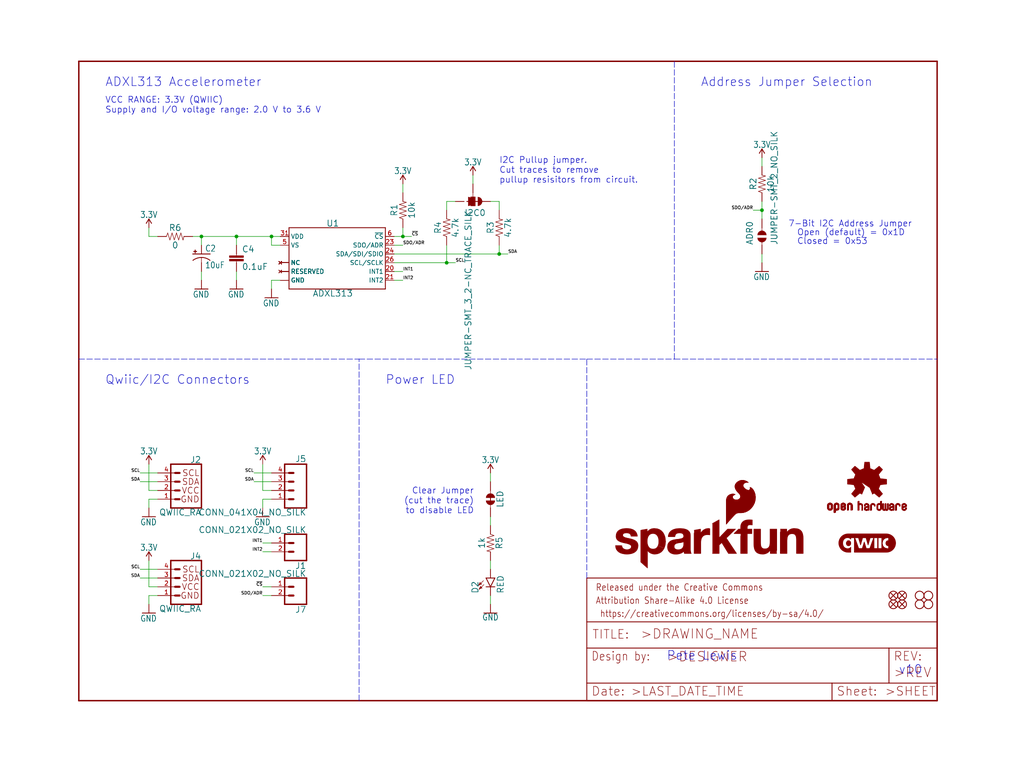
<source format=kicad_sch>
(kicad_sch (version 20211123) (generator eeschema)
  (paper "User" 297.002 223.926)
  (lib_symbols
    (symbol "eagleSchem-eagle-import:0.1UF-0603-25V-(+80{slash}-20%)"
      (property "Reference" "C" (at 1.524 2.921 0))
      (property "Value" "0.1UF-0603-25V-(+80{slash}-20%)" (at 1.524 -2.159 0))
      (symbol "0.1UF-0603-25V-(+80{slash}-20%)_1_0"
        (pin passive line (at 0 5.08 270) (length 2.54) (name "1") (number "1"))
        (pin passive line (at 0 -2.54 90) (length 2.54) (name "2") (number "2"))
      )
    )
    (symbol "eagleSchem-eagle-import:0OHM-0603-1{slash}10W"
      (property "Reference" "R" (at 0 1.524 0))
      (property "Value" "0OHM-0603-1{slash}10W" (at 0 -1.524 0))
      (symbol "0OHM-0603-1{slash}10W_1_0"
        (pin passive line (at -5.08 0 0) (length 2.54) (name "1") (number "1"))
        (pin passive line (at 5.08 0 180) (length 2.54) (name "2") (number "2"))
      )
    )
    (symbol "eagleSchem-eagle-import:10KOHM-0603-1{slash}10W-1%"
      (property "Reference" "R" (at 0 1.524 0))
      (property "Value" "10KOHM-0603-1{slash}10W-1%" (at 0 -1.524 0))
      (symbol "10KOHM-0603-1{slash}10W-1%_1_0"
        (pin passive line (at -5.08 0 0) (length 2.54) (name "1") (number "1"))
        (pin passive line (at 5.08 0 180) (length 2.54) (name "2") (number "2"))
      )
    )
    (symbol "eagleSchem-eagle-import:10UF-TANT"
      (property "Reference" "C" (at 1.016 0.635 0))
      (property "Value" "10UF-TANT" (at 1.016 -4.191 0))
      (symbol "10UF-TANT_1_0"
        (pin passive line (at 0 2.54 270) (length 2.54) (name "+") (number "A"))
        (pin passive line (at 0 -5.08 90) (length 2.54) (name "-") (number "C"))
      )
    )
    (symbol "eagleSchem-eagle-import:1KOHM-0603-1{slash}10W-1%"
      (property "Reference" "R" (at 0 1.524 0))
      (property "Value" "1KOHM-0603-1{slash}10W-1%" (at 0 -1.524 0))
      (symbol "1KOHM-0603-1{slash}10W-1%_1_0"
        (pin passive line (at -5.08 0 0) (length 2.54) (name "1") (number "1"))
        (pin passive line (at 5.08 0 180) (length 2.54) (name "2") (number "2"))
      )
    )
    (symbol "eagleSchem-eagle-import:3.3V" (power)
      (property "Value" "3.3V" (at 0 2.794 0))
      (symbol "3.3V_1_0"
        (pin power_in line (at 0 0 90) (length 2.54) (name "3.3V") (number "1"))
      )
    )
    (symbol "eagleSchem-eagle-import:4.7KOHM-0603-1{slash}10W-1%"
      (property "Reference" "R" (at 0 1.524 0))
      (property "Value" "4.7KOHM-0603-1{slash}10W-1%" (at 0 -1.524 0))
      (symbol "4.7KOHM-0603-1{slash}10W-1%_1_0"
        (pin passive line (at -5.08 0 0) (length 2.54) (name "1") (number "1"))
        (pin passive line (at 5.08 0 180) (length 2.54) (name "2") (number "2"))
      )
    )
    (symbol "eagleSchem-eagle-import:ADXL313"
      (property "Reference" "U" (at 0 10.414 0))
      (property "Value" "ADXL313" (at 0 -7.874 0))
      (symbol "ADXL313_1_0"
        (pin bidirectional line (at -15.24 -5.08 0) (length 2.54) (name "GND") (number "1"))
        (pin no_connect line (at -15.24 0 0) (length 2.54) (name "NC") (number "10"))
        (pin no_connect line (at -15.24 0 0) (length 2.54) (name "NC") (number "11"))
        (pin no_connect line (at -15.24 0 0) (length 2.54) (name "NC") (number "12"))
        (pin no_connect line (at -15.24 0 0) (length 2.54) (name "NC") (number "13"))
        (pin no_connect line (at -15.24 0 0) (length 2.54) (name "NC") (number "14"))
        (pin no_connect line (at -15.24 0 0) (length 2.54) (name "NC") (number "15"))
        (pin no_connect line (at -15.24 0 0) (length 2.54) (name "NC") (number "16"))
        (pin no_connect line (at -15.24 0 0) (length 2.54) (name "NC") (number "17"))
        (pin no_connect line (at -15.24 0 0) (length 2.54) (name "NC") (number "18"))
        (pin no_connect line (at -15.24 0 0) (length 2.54) (name "NC") (number "19"))
        (pin no_connect line (at -15.24 -2.54 0) (length 2.54) (name "RESERVED") (number "2"))
        (pin bidirectional line (at 17.78 -2.54 180) (length 2.54) (name "INT1") (number "20"))
        (pin bidirectional line (at 17.78 -5.08 180) (length 2.54) (name "INT2") (number "21"))
        (pin no_connect line (at -15.24 -2.54 0) (length 2.54) (name "RESERVED") (number "22"))
        (pin bidirectional line (at 17.78 5.08 180) (length 2.54) (name "SDO/ADR") (number "23"))
        (pin bidirectional line (at 17.78 2.54 180) (length 2.54) (name "SDA/SDI/SDIO") (number "24"))
        (pin no_connect line (at -15.24 0 0) (length 2.54) (name "NC") (number "25"))
        (pin bidirectional line (at 17.78 0 180) (length 2.54) (name "SCL/SCLK") (number "26"))
        (pin no_connect line (at -15.24 0 0) (length 2.54) (name "NC") (number "27"))
        (pin no_connect line (at -15.24 0 0) (length 2.54) (name "NC") (number "28"))
        (pin no_connect line (at -15.24 0 0) (length 2.54) (name "NC") (number "29"))
        (pin bidirectional line (at -15.24 -5.08 0) (length 2.54) (name "GND") (number "3"))
        (pin no_connect line (at -15.24 0 0) (length 2.54) (name "NC") (number "30"))
        (pin bidirectional line (at -15.24 7.62 0) (length 2.54) (name "VDD") (number "31"))
        (pin no_connect line (at -15.24 -2.54 0) (length 2.54) (name "RESERVED") (number "32"))
        (pin bidirectional line (at -15.24 -5.08 0) (length 2.54) (name "GND") (number "4"))
        (pin bidirectional line (at -15.24 5.08 0) (length 2.54) (name "VS") (number "5"))
        (pin bidirectional line (at 17.78 7.62 180) (length 2.54) (name "~{CS}") (number "6"))
        (pin no_connect line (at -15.24 -2.54 0) (length 2.54) (name "RESERVED") (number "7"))
        (pin no_connect line (at -15.24 0 0) (length 2.54) (name "NC") (number "8"))
        (pin no_connect line (at -15.24 0 0) (length 2.54) (name "NC") (number "9"))
        (pin bidirectional line (at -15.24 -5.08 0) (length 2.54) (name "GND") (number "EPAD"))
      )
    )
    (symbol "eagleSchem-eagle-import:CONN_021X02_NO_SILK"
      (property "Reference" "J" (at -2.54 5.588 0))
      (property "Value" "CONN_021X02_NO_SILK" (at -2.54 -4.826 0))
      (symbol "CONN_021X02_NO_SILK_1_0"
        (pin passive line (at 7.62 0 180) (length 5.08) (name "1") (number "1"))
        (pin passive line (at 7.62 2.54 180) (length 5.08) (name "2") (number "2"))
      )
    )
    (symbol "eagleSchem-eagle-import:CONN_041X04_NO_SILK"
      (property "Reference" "J" (at -5.08 8.128 0))
      (property "Value" "CONN_041X04_NO_SILK" (at -5.08 -7.366 0))
      (symbol "CONN_041X04_NO_SILK_1_0"
        (pin passive line (at 5.08 -2.54 180) (length 5.08) (name "1") (number "1"))
        (pin passive line (at 5.08 0 180) (length 5.08) (name "2") (number "2"))
        (pin passive line (at 5.08 2.54 180) (length 5.08) (name "3") (number "3"))
        (pin passive line (at 5.08 5.08 180) (length 5.08) (name "4") (number "4"))
      )
    )
    (symbol "eagleSchem-eagle-import:FIDUCIALUFIDUCIAL")
    (symbol "eagleSchem-eagle-import:FRAME-LETTER"
      (symbol "FRAME-LETTER_2_0"
        (text " https://creativecommons.org/licenses/by-sa/4.0/" (at 2.54 24.13 0) (effects (font (size 1.9304 1.6408)) (justify left bottom)))
        (text ">DESIGNER" (at 23.114 11.176 0) (effects (font (size 2.7432 2.7432)) (justify left bottom)))
        (text ">DRAWING_NAME" (at 15.494 17.78 0) (effects (font (size 2.7432 2.7432)) (justify left bottom)))
        (text ">LAST_DATE_TIME" (at 12.7 1.27 0) (effects (font (size 2.54 2.54)) (justify left bottom)))
        (text ">REV" (at 88.9 6.604 0) (effects (font (size 2.7432 2.7432)) (justify left bottom)))
        (text ">SHEET" (at 86.36 1.27 0) (effects (font (size 2.54 2.54)) (justify left bottom)))
        (text "Attribution Share-Alike 4.0 License" (at 2.54 27.94 0) (effects (font (size 1.9304 1.6408)) (justify left bottom)))
        (text "Date:" (at 1.27 1.27 0) (effects (font (size 2.54 2.54)) (justify left bottom)))
        (text "Design by:" (at 1.27 11.43 0) (effects (font (size 2.54 2.159)) (justify left bottom)))
        (text "Released under the Creative Commons" (at 2.54 31.75 0) (effects (font (size 1.9304 1.6408)) (justify left bottom)))
        (text "REV:" (at 88.9 11.43 0) (effects (font (size 2.54 2.54)) (justify left bottom)))
        (text "Sheet:" (at 72.39 1.27 0) (effects (font (size 2.54 2.54)) (justify left bottom)))
        (text "TITLE:" (at 1.524 17.78 0) (effects (font (size 2.54 2.54)) (justify left bottom)))
      )
    )
    (symbol "eagleSchem-eagle-import:GND" (power)
      (property "Value" "GND" (at 0 -0.254 0))
      (symbol "GND_1_0"
        (pin power_in line (at 0 2.54 270) (length 2.54) (name "GND") (number "1"))
      )
    )
    (symbol "eagleSchem-eagle-import:JUMPER-SMT_2_NC_TRACE_SILK"
      (property "Reference" "JP" (at -2.54 2.54 0))
      (property "Value" "JUMPER-SMT_2_NC_TRACE_SILK" (at -2.54 -2.54 0))
      (symbol "JUMPER-SMT_2_NC_TRACE_SILK_1_0"
        (pin passive line (at -5.08 0 0) (length 2.54) (name "1") (number "1"))
        (pin passive line (at 5.08 0 180) (length 2.54) (name "2") (number "2"))
      )
    )
    (symbol "eagleSchem-eagle-import:JUMPER-SMT_2_NO_SILK"
      (property "Reference" "JP" (at -2.54 2.54 0))
      (property "Value" "JUMPER-SMT_2_NO_SILK" (at -2.54 -2.54 0))
      (symbol "JUMPER-SMT_2_NO_SILK_1_0"
        (pin passive line (at -5.08 0 0) (length 2.54) (name "1") (number "1"))
        (pin passive line (at 5.08 0 180) (length 2.54) (name "2") (number "2"))
      )
    )
    (symbol "eagleSchem-eagle-import:JUMPER-SMT_3_2-NC_TRACE_SILK"
      (property "Reference" "JP" (at 2.54 0.381 0))
      (property "Value" "JUMPER-SMT_3_2-NC_TRACE_SILK" (at 2.54 -0.381 0))
      (symbol "JUMPER-SMT_3_2-NC_TRACE_SILK_1_0"
        (pin passive line (at 0 5.08 270) (length 2.54) (name "1") (number "1"))
        (pin passive line (at -5.08 0 0) (length 2.54) (name "2") (number "2"))
        (pin passive line (at 0 -5.08 90) (length 2.54) (name "3") (number "3"))
      )
    )
    (symbol "eagleSchem-eagle-import:LED-RED0603"
      (property "Reference" "D" (at -3.429 -4.572 90))
      (property "Value" "LED-RED0603" (at 1.905 -4.572 90))
      (symbol "LED-RED0603_1_0"
        (pin passive line (at 0 2.54 270) (length 2.54) (name "A") (number "A"))
        (pin passive line (at 0 -5.08 90) (length 2.54) (name "C") (number "C"))
      )
    )
    (symbol "eagleSchem-eagle-import:OSHW-LOGOMINI")
    (symbol "eagleSchem-eagle-import:QWIIC_CONNECTORJS-1MM"
      (property "Reference" "J" (at -5.08 7.874 0))
      (property "Value" "QWIIC_CONNECTORJS-1MM" (at -5.08 -5.334 0))
      (symbol "QWIIC_CONNECTORJS-1MM_1_0"
        (text "GND" (at -4.572 -2.54 0) (effects (font (size 1.778 1.778)) (justify left)))
        (text "SCL" (at -4.572 5.08 0) (effects (font (size 1.778 1.778)) (justify left)))
        (text "SDA" (at -4.572 2.54 0) (effects (font (size 1.778 1.778)) (justify left)))
        (text "VCC" (at -4.572 0 0) (effects (font (size 1.778 1.778)) (justify left)))
        (pin power_in line (at 7.62 -2.54 180) (length 5.08) (name "1") (number "1"))
        (pin power_in line (at 7.62 0 180) (length 5.08) (name "2") (number "2"))
        (pin passive line (at 7.62 2.54 180) (length 5.08) (name "3") (number "3"))
        (pin passive line (at 7.62 5.08 180) (length 5.08) (name "4") (number "4"))
      )
    )
    (symbol "eagleSchem-eagle-import:QWIIC_LOGO_5MM")
    (symbol "eagleSchem-eagle-import:SFE_LOGO_FLAME.1_INCH")
    (symbol "eagleSchem-eagle-import:SFE_LOGO_NAME_FLAME.1_INCH")
    (symbol "eagleSchem-eagle-import:STAND-OFF")
  )
  (junction (at 116.84 68.58))
  (junction (at 68.58 68.58))
  (junction (at 220.98 60.96))
  (junction (at 58.42 68.58))
  (junction (at 129.54 76.2))
  (junction (at 78.74 68.58))
  (junction (at 144.78 73.66))
  (wire (pts (xy 114.3 68.58) (xy 116.84 68.58)))
  (wire (pts (xy 58.42 78.74) (xy 58.42 81.28)))
  (wire (pts (xy 220.98 76.2) (xy 220.98 73.66)))
  (wire (pts (xy 116.84 66.04) (xy 116.84 68.58)))
  (wire (pts (xy 68.58 68.58) (xy 58.42 68.58)))
  (wire (pts (xy 68.58 78.74) (xy 68.58 81.28)))
  (wire (pts (xy 142.24 172.72) (xy 142.24 175.26)))
  (wire (pts (xy 220.98 60.96) (xy 220.98 58.42)))
  (wire (pts (xy 78.74 137.16) (xy 73.66 137.16)))
  (wire (pts (xy 45.72 170.18) (xy 43.18 170.18)))
  (wire (pts (xy 78.74 83.82) (xy 78.74 81.28)))
  (wire (pts (xy 116.84 53.34) (xy 116.84 55.88)))
  (polyline (pts (xy 104.14 104.14) (xy 170.18 104.14)))
  (wire (pts (xy 45.72 172.72) (xy 43.18 172.72)))
  (wire (pts (xy 45.72 165.1) (xy 40.64 165.1)))
  (wire (pts (xy 45.72 144.78) (xy 43.18 144.78)))
  (wire (pts (xy 129.54 76.2) (xy 132.08 76.2)))
  (wire (pts (xy 43.18 170.18) (xy 43.18 162.56)))
  (wire (pts (xy 142.24 149.86) (xy 142.24 152.4)))
  (wire (pts (xy 129.54 58.42) (xy 132.08 58.42)))
  (wire (pts (xy 114.3 71.12) (xy 116.84 71.12)))
  (wire (pts (xy 142.24 137.16) (xy 142.24 139.7)))
  (wire (pts (xy 129.54 60.96) (xy 129.54 58.42)))
  (wire (pts (xy 43.18 142.24) (xy 43.18 134.62)))
  (wire (pts (xy 144.78 73.66) (xy 114.3 73.66)))
  (wire (pts (xy 220.98 63.5) (xy 220.98 60.96)))
  (wire (pts (xy 76.2 144.78) (xy 76.2 147.32)))
  (wire (pts (xy 78.74 144.78) (xy 76.2 144.78)))
  (wire (pts (xy 137.16 50.8) (xy 137.16 53.34)))
  (polyline (pts (xy 170.18 104.14) (xy 195.58 104.14)))
  (wire (pts (xy 114.3 78.74) (xy 116.84 78.74)))
  (wire (pts (xy 142.24 162.56) (xy 142.24 165.1)))
  (wire (pts (xy 78.74 160.02) (xy 76.2 160.02)))
  (wire (pts (xy 78.74 157.48) (xy 76.2 157.48)))
  (wire (pts (xy 45.72 68.58) (xy 43.18 68.58)))
  (wire (pts (xy 45.72 142.24) (xy 43.18 142.24)))
  (wire (pts (xy 58.42 71.12) (xy 58.42 68.58)))
  (wire (pts (xy 68.58 71.12) (xy 68.58 68.58)))
  (wire (pts (xy 78.74 170.18) (xy 76.2 170.18)))
  (wire (pts (xy 114.3 81.28) (xy 116.84 81.28)))
  (wire (pts (xy 45.72 167.64) (xy 40.64 167.64)))
  (wire (pts (xy 78.74 81.28) (xy 81.28 81.28)))
  (wire (pts (xy 76.2 142.24) (xy 76.2 134.62)))
  (wire (pts (xy 81.28 71.12) (xy 78.74 71.12)))
  (wire (pts (xy 43.18 172.72) (xy 43.18 175.26)))
  (wire (pts (xy 129.54 76.2) (xy 114.3 76.2)))
  (wire (pts (xy 147.32 73.66) (xy 144.78 73.66)))
  (wire (pts (xy 129.54 71.12) (xy 129.54 76.2)))
  (polyline (pts (xy 22.86 104.14) (xy 104.14 104.14)))
  (wire (pts (xy 43.18 144.78) (xy 43.18 147.32)))
  (wire (pts (xy 144.78 73.66) (xy 144.78 71.12)))
  (wire (pts (xy 220.98 45.72) (xy 220.98 48.26)))
  (polyline (pts (xy 170.18 167.64) (xy 170.18 104.14)))
  (wire (pts (xy 81.28 68.58) (xy 78.74 68.58)))
  (polyline (pts (xy 195.58 104.14) (xy 195.58 17.78)))
  (wire (pts (xy 78.74 68.58) (xy 68.58 68.58)))
  (wire (pts (xy 78.74 71.12) (xy 78.74 68.58)))
  (polyline (pts (xy 104.14 203.2) (xy 104.14 104.14)))
  (polyline (pts (xy 195.58 104.14) (xy 271.78 104.14)))
  (wire (pts (xy 78.74 139.7) (xy 73.66 139.7)))
  (wire (pts (xy 58.42 68.58) (xy 55.88 68.58)))
  (wire (pts (xy 218.44 60.96) (xy 220.98 60.96)))
  (wire (pts (xy 116.84 68.58) (xy 119.38 68.58)))
  (wire (pts (xy 78.74 172.72) (xy 76.2 172.72)))
  (wire (pts (xy 45.72 139.7) (xy 40.64 139.7)))
  (wire (pts (xy 144.78 60.96) (xy 144.78 58.42)))
  (wire (pts (xy 78.74 142.24) (xy 76.2 142.24)))
  (wire (pts (xy 144.78 58.42) (xy 142.24 58.42)))
  (wire (pts (xy 45.72 137.16) (xy 40.64 137.16)))
  (wire (pts (xy 43.18 68.58) (xy 43.18 66.04)))
  (text "Qwiic/I2C Connectors" (at 30.48 111.76 180) (effects (font (size 2.54 2.54)) (justify left bottom)))
  (text "Clear Jumper\n(cut the trace)\nto disable LED" (at 137.4902 141.4018 180) (effects (font (size 1.778 1.778)) (justify right top)))
  (text "I2C Pullup jumper.\nCut traces to remove\npullup resisitors from circuit." (at 144.78 53.34 0) (effects (font (size 1.778 1.778)) (justify left bottom)))
  (text "Closed = 0x53" (at 231.14 71.12 180) (effects (font (size 1.778 1.778)) (justify left bottom)))
  (text "Address Jumper Selection" (at 203.2 25.4 180) (effects (font (size 2.54 2.54)) (justify left bottom)))
  (text "Open (default) = 0x1D" (at 231.14 68.58 180) (effects (font (size 1.778 1.778)) (justify left bottom)))
  (text "v10" (at 260.604 195.834 180) (effects (font (size 2.54 2.54)) (justify left bottom)))
  (text "Pete Lewis" (at 193.294 191.77 180) (effects (font (size 2.54 2.54)) (justify left bottom)))
  (text "7-Bit I2C Address Jumper" (at 228.6 66.04 180) (effects (font (size 1.778 1.778)) (justify left bottom)))
  (text "VCC RANGE: 3.3V (QWIIC)\nSupply and I/O voltage range: 2.0 V to 3.6 V" (at 30.48 33.02 0) (effects (font (size 1.778 1.778)) (justify left bottom)))
  (text "ADXL313 Accelerometer" (at 30.48 25.4 180) (effects (font (size 2.54 2.54)) (justify left bottom)))
  (text "Power LED" (at 111.76 111.76 180) (effects (font (size 2.54 2.54)) (justify left bottom)))
  (label "~{CS}" (at 76.2 170.18 180) (effects (font (size 0.889 0.889))))
  (label "INT2" (at 116.84 81.28 0) (effects (font (size 0.889 0.889))))
  (label "SDA" (at 73.66 139.7 180) (effects (font (size 0.889 0.889))))
  (label "SDA" (at 40.64 139.7 180) (effects (font (size 0.889 0.889))))
  (label "SDA" (at 147.32 73.66 0) (effects (font (size 0.889 0.889))))
  (label "SDO/ADR" (at 76.2 172.72 180) (effects (font (size 0.889 0.889))))
  (label "INT1" (at 116.84 78.74 0) (effects (font (size 0.889 0.889))))
  (label "SCL" (at 73.66 137.16 180) (effects (font (size 0.889 0.889))))
  (label "SDA" (at 40.64 167.64 180) (effects (font (size 0.889 0.889))))
  (label "SCL" (at 40.64 137.16 180) (effects (font (size 0.889 0.889))))
  (label "INT1" (at 76.2 157.48 180) (effects (font (size 0.889 0.889))))
  (label "SDO/ADR" (at 218.44 60.96 180) (effects (font (size 0.889 0.889))))
  (label "SDO/ADR" (at 116.84 71.12 0) (effects (font (size 0.889 0.889))))
  (label "INT2" (at 76.2 160.02 180) (effects (font (size 0.889 0.889))))
  (label "SCL" (at 40.64 165.1 180) (effects (font (size 0.889 0.889))))
  (label "SCL" (at 132.08 76.2 0) (effects (font (size 0.889 0.889))))
  (label "~{CS}" (at 119.38 68.58 0) (effects (font (size 0.889 0.889))))
  (symbol (lib_id "eagleSchem-eagle-import:QWIIC_CONNECTORJS-1MM") (at 53.34 142.24 0) (mirror y) (unit 1)
    (property "Reference" "J2" (at 58.42 134.366 0) (effects (font (size 1.778 1.778)) (justify left bottom)))
    (property "Value" "QWIIC_RA" (at 58.42 147.574 0) (effects (font (size 1.778 1.778)) (justify left top)))
    (property "Footprint" "eagleSchem:JST04_1MM_RA" (effects hide))
  )
  (symbol (lib_id "eagleSchem-eagle-import:GND") (at 58.42 83.82 0) (unit 1)
    (property "Reference" "#GND3" (effects hide))
    (property "Value" "GND" (at 55.88 86.36 0) (effects (font (size 1.778 1.5113)) (justify left bottom)))
    (property "Footprint" "eagleSchem:" (effects hide))
  )
  (symbol (lib_id "eagleSchem-eagle-import:3.3V") (at 116.84 53.34 0) (unit 1)
    (property "Reference" "#SUPPLY11" (effects hide))
    (property "Value" "3.3V" (at 116.84 50.546 0) (effects (font (size 1.778 1.5113)) (justify bottom)))
    (property "Footprint" "eagleSchem:" (effects hide))
  )
  (symbol (lib_id "eagleSchem-eagle-import:OSHW-LOGOMINI") (at 251.46 139.7 0) (unit 1)
    (property "Reference" "LOGO1" (effects hide))
    (property "Value" "OSHW-LOGOMINI" (effects hide))
    (property "Footprint" "eagleSchem:OSHW-LOGO-MINI" (effects hide))
  )
  (symbol (lib_id "eagleSchem-eagle-import:STAND-OFF") (at 269.24 172.72 0) (unit 1)
    (property "Reference" "JP3" (effects hide))
    (property "Value" "STAND-OFF" (effects hide))
    (property "Footprint" "eagleSchem:STAND-OFF" (effects hide))
  )
  (symbol (lib_id "eagleSchem-eagle-import:QWIIC_CONNECTORJS-1MM") (at 53.34 170.18 0) (mirror y) (unit 1)
    (property "Reference" "J4" (at 58.42 162.306 0) (effects (font (size 1.778 1.778)) (justify left bottom)))
    (property "Value" "QWIIC_RA" (at 58.42 175.514 0) (effects (font (size 1.778 1.778)) (justify left top)))
    (property "Footprint" "eagleSchem:JST04_1MM_RA" (effects hide))
  )
  (symbol (lib_id "eagleSchem-eagle-import:LED-RED0603") (at 142.24 167.64 0) (unit 1)
    (property "Reference" "D2" (at 138.811 172.212 90) (effects (font (size 1.778 1.778)) (justify left bottom)))
    (property "Value" "RED" (at 144.145 172.212 90) (effects (font (size 1.778 1.778)) (justify left top)))
    (property "Footprint" "eagleSchem:LED-0603" (effects hide))
  )
  (symbol (lib_id "eagleSchem-eagle-import:4.7KOHM-0603-1{slash}10W-1%") (at 144.78 66.04 90) (unit 1)
    (property "Reference" "R3" (at 143.256 66.04 0) (effects (font (size 1.778 1.778)) (justify bottom)))
    (property "Value" "4.7k" (at 146.304 66.04 0) (effects (font (size 1.778 1.778)) (justify top)))
    (property "Footprint" "eagleSchem:0603" (effects hide))
  )
  (symbol (lib_id "eagleSchem-eagle-import:SFE_LOGO_NAME_FLAME.1_INCH") (at 177.8 165.1 0) (unit 1)
    (property "Reference" "LOGO2" (effects hide))
    (property "Value" "SFE_LOGO_NAME_FLAME.1_INCH" (effects hide))
    (property "Footprint" "eagleSchem:SFE_LOGO_NAME_FLAME_.1" (effects hide))
  )
  (symbol (lib_id "eagleSchem-eagle-import:STAND-OFF") (at 266.7 175.26 0) (unit 1)
    (property "Reference" "JP9" (effects hide))
    (property "Value" "STAND-OFF" (effects hide))
    (property "Footprint" "eagleSchem:STAND-OFF" (effects hide))
  )
  (symbol (lib_id "eagleSchem-eagle-import:3.3V") (at 137.16 50.8 0) (unit 1)
    (property "Reference" "#SUPPLY1" (effects hide))
    (property "Value" "3.3V" (at 137.16 48.006 0) (effects (font (size 1.778 1.5113)) (justify bottom)))
    (property "Footprint" "eagleSchem:" (effects hide))
  )
  (symbol (lib_id "eagleSchem-eagle-import:GND") (at 43.18 149.86 0) (unit 1)
    (property "Reference" "#GND6" (effects hide))
    (property "Value" "GND" (at 40.64 152.4 0) (effects (font (size 1.778 1.5113)) (justify left bottom)))
    (property "Footprint" "eagleSchem:" (effects hide))
  )
  (symbol (lib_id "eagleSchem-eagle-import:GND") (at 220.98 78.74 0) (unit 1)
    (property "Reference" "#GND2" (effects hide))
    (property "Value" "GND" (at 218.44 81.28 0) (effects (font (size 1.778 1.5113)) (justify left bottom)))
    (property "Footprint" "eagleSchem:" (effects hide))
  )
  (symbol (lib_id "eagleSchem-eagle-import:3.3V") (at 43.18 66.04 0) (unit 1)
    (property "Reference" "#SUPPLY12" (effects hide))
    (property "Value" "3.3V" (at 43.18 63.246 0) (effects (font (size 1.778 1.5113)) (justify bottom)))
    (property "Footprint" "eagleSchem:" (effects hide))
  )
  (symbol (lib_id "eagleSchem-eagle-import:FRAME-LETTER") (at 170.18 203.2 0) (unit 2)
    (property "Reference" "FRAME1" (effects hide))
    (property "Value" "FRAME-LETTER" (effects hide))
    (property "Footprint" "eagleSchem:CREATIVE_COMMONS" (effects hide))
  )
  (symbol (lib_id "eagleSchem-eagle-import:GND") (at 76.2 149.86 0) (unit 1)
    (property "Reference" "#GND7" (effects hide))
    (property "Value" "GND" (at 73.66 152.4 0) (effects (font (size 1.778 1.5113)) (justify left bottom)))
    (property "Footprint" "eagleSchem:" (effects hide))
  )
  (symbol (lib_id "eagleSchem-eagle-import:FIDUCIALUFIDUCIAL") (at 261.62 175.26 0) (unit 1)
    (property "Reference" "JP11" (effects hide))
    (property "Value" "FIDUCIALUFIDUCIAL" (effects hide))
    (property "Footprint" "eagleSchem:MICRO-FIDUCIAL" (effects hide))
  )
  (symbol (lib_id "eagleSchem-eagle-import:3.3V") (at 43.18 134.62 0) (unit 1)
    (property "Reference" "#SUPPLY4" (effects hide))
    (property "Value" "3.3V" (at 43.18 131.826 0) (effects (font (size 1.778 1.5113)) (justify bottom)))
    (property "Footprint" "eagleSchem:" (effects hide))
  )
  (symbol (lib_id "eagleSchem-eagle-import:1KOHM-0603-1{slash}10W-1%") (at 142.24 157.48 270) (unit 1)
    (property "Reference" "R5" (at 143.764 157.48 0) (effects (font (size 1.778 1.778)) (justify bottom)))
    (property "Value" "1k" (at 140.716 157.48 0) (effects (font (size 1.778 1.778)) (justify top)))
    (property "Footprint" "eagleSchem:0603" (effects hide))
  )
  (symbol (lib_id "eagleSchem-eagle-import:3.3V") (at 43.18 162.56 0) (unit 1)
    (property "Reference" "#SUPPLY8" (effects hide))
    (property "Value" "3.3V" (at 43.18 159.766 0) (effects (font (size 1.778 1.5113)) (justify bottom)))
    (property "Footprint" "eagleSchem:" (effects hide))
  )
  (symbol (lib_id "eagleSchem-eagle-import:CONN_021X02_NO_SILK") (at 86.36 170.18 180) (unit 1)
    (property "Reference" "J7" (at 88.9 175.768 0) (effects (font (size 1.778 1.778)) (justify left bottom)))
    (property "Value" "CONN_021X02_NO_SILK" (at 88.9 165.354 0) (effects (font (size 1.778 1.778)) (justify left bottom)))
    (property "Footprint" "eagleSchem:1X02_NO_SILK" (effects hide))
  )
  (symbol (lib_id "eagleSchem-eagle-import:FIDUCIALUFIDUCIAL") (at 259.08 172.72 0) (unit 1)
    (property "Reference" "JP6" (effects hide))
    (property "Value" "FIDUCIALUFIDUCIAL" (effects hide))
    (property "Footprint" "eagleSchem:MICRO-FIDUCIAL" (effects hide))
  )
  (symbol (lib_id "eagleSchem-eagle-import:10KOHM-0603-1{slash}10W-1%") (at 220.98 53.34 90) (unit 1)
    (property "Reference" "R2" (at 219.456 53.34 0) (effects (font (size 1.778 1.778)) (justify bottom)))
    (property "Value" "10k" (at 222.504 53.34 0) (effects (font (size 1.778 1.778)) (justify top)))
    (property "Footprint" "eagleSchem:0603" (effects hide))
  )
  (symbol (lib_id "eagleSchem-eagle-import:JUMPER-SMT_2_NO_SILK") (at 220.98 68.58 90) (unit 1)
    (property "Reference" "ADR0" (at 218.44 71.12 0) (effects (font (size 1.778 1.778)) (justify left bottom)))
    (property "Value" "JUMPER-SMT_2_NO_SILK" (at 223.52 71.12 0) (effects (font (size 1.778 1.778)) (justify left top)))
    (property "Footprint" "eagleSchem:SMT-JUMPER_2_NO_SILK" (effects hide))
  )
  (symbol (lib_id "eagleSchem-eagle-import:4.7KOHM-0603-1{slash}10W-1%") (at 129.54 66.04 90) (unit 1)
    (property "Reference" "R4" (at 128.016 66.04 0) (effects (font (size 1.778 1.778)) (justify bottom)))
    (property "Value" "4.7k" (at 131.064 66.04 0) (effects (font (size 1.778 1.778)) (justify top)))
    (property "Footprint" "eagleSchem:0603" (effects hide))
  )
  (symbol (lib_id "eagleSchem-eagle-import:3.3V") (at 220.98 45.72 0) (unit 1)
    (property "Reference" "#SUPPLY2" (effects hide))
    (property "Value" "3.3V" (at 220.98 42.926 0) (effects (font (size 1.778 1.5113)) (justify bottom)))
    (property "Footprint" "eagleSchem:" (effects hide))
  )
  (symbol (lib_id "eagleSchem-eagle-import:10KOHM-0603-1{slash}10W-1%") (at 116.84 60.96 90) (unit 1)
    (property "Reference" "R1" (at 115.316 60.96 0) (effects (font (size 1.778 1.778)) (justify bottom)))
    (property "Value" "10k" (at 118.364 60.96 0) (effects (font (size 1.778 1.778)) (justify top)))
    (property "Footprint" "eagleSchem:0603" (effects hide))
  )
  (symbol (lib_id "eagleSchem-eagle-import:GND") (at 142.24 177.8 0) (unit 1)
    (property "Reference" "#GND13" (effects hide))
    (property "Value" "GND" (at 142.24 178.054 0) (effects (font (size 1.778 1.5113)) (justify top)))
    (property "Footprint" "eagleSchem:" (effects hide))
  )
  (symbol (lib_id "eagleSchem-eagle-import:CONN_021X02_NO_SILK") (at 86.36 157.48 180) (unit 1)
    (property "Reference" "J1" (at 88.9 163.068 0) (effects (font (size 1.778 1.778)) (justify left bottom)))
    (property "Value" "CONN_021X02_NO_SILK" (at 88.9 152.654 0) (effects (font (size 1.778 1.778)) (justify left bottom)))
    (property "Footprint" "eagleSchem:1X02_NO_SILK" (effects hide))
  )
  (symbol (lib_id "eagleSchem-eagle-import:FIDUCIALUFIDUCIAL") (at 261.62 172.72 0) (unit 1)
    (property "Reference" "JP5" (effects hide))
    (property "Value" "FIDUCIALUFIDUCIAL" (effects hide))
    (property "Footprint" "eagleSchem:MICRO-FIDUCIAL" (effects hide))
  )
  (symbol (lib_id "eagleSchem-eagle-import:10UF-TANT") (at 58.42 73.66 0) (unit 1)
    (property "Reference" "C2" (at 59.436 73.025 0) (effects (font (size 1.778 1.5113)) (justify left bottom)))
    (property "Value" "10uF" (at 59.436 77.851 0) (effects (font (size 1.778 1.5113)) (justify left bottom)))
    (property "Footprint" "eagleSchem:EIA3216" (effects hide))
  )
  (symbol (lib_id "eagleSchem-eagle-import:GND") (at 43.18 177.8 0) (unit 1)
    (property "Reference" "#GND8" (effects hide))
    (property "Value" "GND" (at 40.64 180.34 0) (effects (font (size 1.778 1.5113)) (justify left bottom)))
    (property "Footprint" "eagleSchem:" (effects hide))
  )
  (symbol (lib_id "eagleSchem-eagle-import:STAND-OFF") (at 269.24 175.26 0) (unit 1)
    (property "Reference" "JP4" (effects hide))
    (property "Value" "STAND-OFF" (effects hide))
    (property "Footprint" "eagleSchem:STAND-OFF" (effects hide))
  )
  (symbol (lib_id "eagleSchem-eagle-import:GND") (at 68.58 83.82 0) (unit 1)
    (property "Reference" "#GND4" (effects hide))
    (property "Value" "GND" (at 66.04 86.36 0) (effects (font (size 1.778 1.5113)) (justify left bottom)))
    (property "Footprint" "eagleSchem:" (effects hide))
  )
  (symbol (lib_id "eagleSchem-eagle-import:ADXL313") (at 96.52 76.2 0) (unit 1)
    (property "Reference" "U1" (at 96.52 65.786 0) (effects (font (size 1.778 1.778)) (justify bottom)))
    (property "Value" "ADXL313" (at 96.52 84.074 0) (effects (font (size 1.778 1.778)) (justify top)))
    (property "Footprint" "eagleSchem:LFCSP" (effects hide))
  )
  (symbol (lib_id "eagleSchem-eagle-import:QWIIC_LOGO_5MM") (at 251.46 157.48 0) (unit 1)
    (property "Reference" "LOGO4" (effects hide))
    (property "Value" "QWIIC_LOGO_5MM" (effects hide))
    (property "Footprint" "eagleSchem:QWIIC_5MM" (effects hide))
  )
  (symbol (lib_id "eagleSchem-eagle-import:FRAME-LETTER") (at 22.86 203.2 0) (unit 1)
    (property "Reference" "FRAME1" (effects hide))
    (property "Value" "FRAME-LETTER" (effects hide))
    (property "Footprint" "eagleSchem:CREATIVE_COMMONS" (effects hide))
  )
  (symbol (lib_id "eagleSchem-eagle-import:FIDUCIALUFIDUCIAL") (at 259.08 175.26 0) (unit 1)
    (property "Reference" "JP2" (effects hide))
    (property "Value" "FIDUCIALUFIDUCIAL" (effects hide))
    (property "Footprint" "eagleSchem:MICRO-FIDUCIAL" (effects hide))
  )
  (symbol (lib_id "eagleSchem-eagle-import:0.1UF-0603-25V-(+80{slash}-20%)") (at 68.58 76.2 0) (unit 1)
    (property "Reference" "C4" (at 70.104 73.279 0) (effects (font (size 1.778 1.778)) (justify left bottom)))
    (property "Value" "0.1uF" (at 70.104 78.359 0) (effects (font (size 1.778 1.778)) (justify left bottom)))
    (property "Footprint" "eagleSchem:0603" (effects hide))
  )
  (symbol (lib_id "eagleSchem-eagle-import:SFE_LOGO_FLAME.1_INCH") (at 210.2866 152.5016 0) (unit 1)
    (property "Reference" "LOGO3" (effects hide))
    (property "Value" "SFE_LOGO_FLAME.1_INCH" (effects hide))
    (property "Footprint" "eagleSchem:SFE_LOGO_FLAME_.1" (effects hide))
  )
  (symbol (lib_id "eagleSchem-eagle-import:CONN_041X04_NO_SILK") (at 83.82 142.24 0) (mirror y) (unit 1)
    (property "Reference" "J5" (at 88.9 134.112 0) (effects (font (size 1.778 1.778)) (justify left bottom)))
    (property "Value" "CONN_041X04_NO_SILK" (at 88.9 149.606 0) (effects (font (size 1.778 1.778)) (justify left bottom)))
    (property "Footprint" "eagleSchem:1X04_NO_SILK" (effects hide))
  )
  (symbol (lib_id "eagleSchem-eagle-import:JUMPER-SMT_3_2-NC_TRACE_SILK") (at 137.16 58.42 270) (unit 1)
    (property "Reference" "I2C0" (at 134.62 62.738 90) (effects (font (size 1.778 1.778)) (justify left bottom)))
    (property "Value" "JUMPER-SMT_3_2-NC_TRACE_SILK" (at 136.779 60.96 0) (effects (font (size 1.778 1.778)) (justify left top)))
    (property "Footprint" "eagleSchem:SMT-JUMPER_3_2-NC_TRACE_SILK" (effects hide))
  )
  (symbol (lib_id "eagleSchem-eagle-import:JUMPER-SMT_2_NC_TRACE_SILK") (at 142.24 144.78 90) (unit 1)
    (property "Reference" "JP1" (effects hide))
    (property "Value" "LED" (at 144.018 147.32 0) (effects (font (size 1.778 1.778)) (justify left top)))
    (property "Footprint" "eagleSchem:SMT-JUMPER_2_NC_TRACE_SILK" (effects hide))
  )
  (symbol (lib_id "eagleSchem-eagle-import:3.3V") (at 76.2 134.62 0) (unit 1)
    (property "Reference" "#SUPPLY7" (effects hide))
    (property "Value" "3.3V" (at 76.2 131.826 0) (effects (font (size 1.778 1.5113)) (justify bottom)))
    (property "Footprint" "eagleSchem:" (effects hide))
  )
  (symbol (lib_id "eagleSchem-eagle-import:0OHM-0603-1{slash}10W") (at 50.8 68.58 0) (unit 1)
    (property "Reference" "R6" (at 50.8 67.056 0) (effects (font (size 1.778 1.778)) (justify bottom)))
    (property "Value" "0" (at 50.8 70.104 0) (effects (font (size 1.778 1.778)) (justify top)))
    (property "Footprint" "eagleSchem:0603" (effects hide))
  )
  (symbol (lib_id "eagleSchem-eagle-import:GND") (at 78.74 86.36 0) (unit 1)
    (property "Reference" "#GND1" (effects hide))
    (property "Value" "GND" (at 76.2 88.9 0) (effects (font (size 1.778 1.5113)) (justify left bottom)))
    (property "Footprint" "eagleSchem:" (effects hide))
  )
  (symbol (lib_id "eagleSchem-eagle-import:3.3V") (at 142.24 137.16 0) (unit 1)
    (property "Reference" "#SUPPLY9" (effects hide))
    (property "Value" "3.3V" (at 142.24 134.366 0) (effects (font (size 1.778 1.5113)) (justify bottom)))
    (property "Footprint" "eagleSchem:" (effects hide))
  )
  (symbol (lib_id "eagleSchem-eagle-import:STAND-OFF") (at 266.7 172.72 0) (unit 1)
    (property "Reference" "JP8" (effects hide))
    (property "Value" "STAND-OFF" (effects hide))
    (property "Footprint" "eagleSchem:STAND-OFF" (effects hide))
  )
)
</source>
